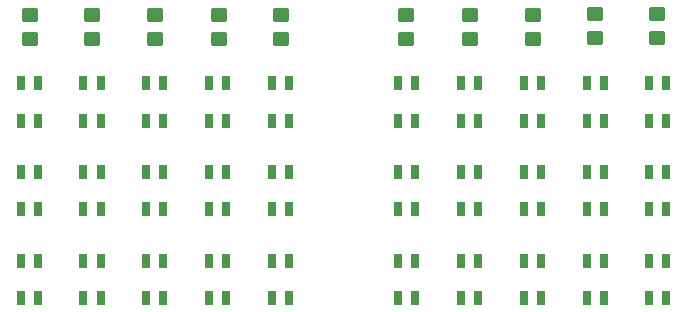
<source format=gbr>
%TF.GenerationSoftware,KiCad,Pcbnew,8.0.9-8.0.9-0~ubuntu25.04.1*%
%TF.CreationDate,2025-05-05T12:51:33-07:00*%
%TF.ProjectId,TSSI,54535349-2e6b-4696-9361-645f70636258,3*%
%TF.SameCoordinates,Original*%
%TF.FileFunction,Paste,Bot*%
%TF.FilePolarity,Positive*%
%FSLAX46Y46*%
G04 Gerber Fmt 4.6, Leading zero omitted, Abs format (unit mm)*
G04 Created by KiCad (PCBNEW 8.0.9-8.0.9-0~ubuntu25.04.1) date 2025-05-05 12:51:33*
%MOMM*%
%LPD*%
G01*
G04 APERTURE LIST*
G04 Aperture macros list*
%AMRoundRect*
0 Rectangle with rounded corners*
0 $1 Rounding radius*
0 $2 $3 $4 $5 $6 $7 $8 $9 X,Y pos of 4 corners*
0 Add a 4 corners polygon primitive as box body*
4,1,4,$2,$3,$4,$5,$6,$7,$8,$9,$2,$3,0*
0 Add four circle primitives for the rounded corners*
1,1,$1+$1,$2,$3*
1,1,$1+$1,$4,$5*
1,1,$1+$1,$6,$7*
1,1,$1+$1,$8,$9*
0 Add four rect primitives between the rounded corners*
20,1,$1+$1,$2,$3,$4,$5,0*
20,1,$1+$1,$4,$5,$6,$7,0*
20,1,$1+$1,$6,$7,$8,$9,0*
20,1,$1+$1,$8,$9,$2,$3,0*%
G04 Aperture macros list end*
%ADD10R,0.750000X1.150000*%
%ADD11RoundRect,0.250000X-0.450000X0.350000X-0.450000X-0.350000X0.450000X-0.350000X0.450000X0.350000X0*%
G04 APERTURE END LIST*
D10*
%TO.C,D57*%
X138050000Y-114850000D03*
X139500000Y-114850000D03*
X139500000Y-118000000D03*
X138050000Y-118000000D03*
%TD*%
%TO.C,D33*%
X185950000Y-114850000D03*
X187400000Y-114850000D03*
X187400000Y-118000000D03*
X185950000Y-118000000D03*
%TD*%
%TO.C,D56*%
X138050000Y-107350000D03*
X139500000Y-107350000D03*
X139500000Y-110500000D03*
X138050000Y-110500000D03*
%TD*%
%TO.C,D50*%
X148700000Y-107350000D03*
X150150000Y-107350000D03*
X150150000Y-110500000D03*
X148700000Y-110500000D03*
%TD*%
%TO.C,D54*%
X143350000Y-114850000D03*
X144800000Y-114850000D03*
X144800000Y-118000000D03*
X143350000Y-118000000D03*
%TD*%
%TO.C,D55*%
X138050000Y-99850000D03*
X139500000Y-99850000D03*
X139500000Y-103000000D03*
X138050000Y-103000000D03*
%TD*%
%TO.C,D31*%
X185950000Y-99850000D03*
X187400000Y-99850000D03*
X187400000Y-103000000D03*
X185950000Y-103000000D03*
%TD*%
%TO.C,D36*%
X180650000Y-114850000D03*
X182100000Y-114850000D03*
X182100000Y-118000000D03*
X180650000Y-118000000D03*
%TD*%
%TO.C,D40*%
X170050000Y-99850000D03*
X171500000Y-99850000D03*
X171500000Y-103000000D03*
X170050000Y-103000000D03*
%TD*%
%TO.C,D51*%
X148700000Y-114850000D03*
X150150000Y-114850000D03*
X150150000Y-118000000D03*
X148700000Y-118000000D03*
%TD*%
D11*
%TO.C,R15*%
X186600000Y-94000000D03*
X186600000Y-96000000D03*
%TD*%
%TO.C,R23*%
X138800000Y-94100000D03*
X138800000Y-96100000D03*
%TD*%
D10*
%TO.C,D38*%
X175350000Y-107350000D03*
X176800000Y-107350000D03*
X176800000Y-110500000D03*
X175350000Y-110500000D03*
%TD*%
%TO.C,D58*%
X132750000Y-99850000D03*
X134200000Y-99850000D03*
X134200000Y-103000000D03*
X132750000Y-103000000D03*
%TD*%
%TO.C,D42*%
X170050000Y-114850000D03*
X171500000Y-114850000D03*
X171500000Y-118000000D03*
X170050000Y-118000000D03*
%TD*%
%TO.C,D32*%
X185950000Y-107350000D03*
X187400000Y-107350000D03*
X187400000Y-110500000D03*
X185950000Y-110500000D03*
%TD*%
D11*
%TO.C,R21*%
X149500000Y-94100000D03*
X149500000Y-96100000D03*
%TD*%
D10*
%TO.C,D53*%
X143350000Y-107350000D03*
X144800000Y-107350000D03*
X144800000Y-110500000D03*
X143350000Y-110500000D03*
%TD*%
%TO.C,D49*%
X148700000Y-99850000D03*
X150150000Y-99850000D03*
X150150000Y-103000000D03*
X148700000Y-103000000D03*
%TD*%
%TO.C,D46*%
X154050000Y-99850000D03*
X155500000Y-99850000D03*
X155500000Y-103000000D03*
X154050000Y-103000000D03*
%TD*%
D11*
%TO.C,R22*%
X144100000Y-94100000D03*
X144100000Y-96100000D03*
%TD*%
D10*
%TO.C,D35*%
X180650000Y-107350000D03*
X182100000Y-107350000D03*
X182100000Y-110500000D03*
X180650000Y-110500000D03*
%TD*%
%TO.C,D45*%
X164700000Y-114850000D03*
X166150000Y-114850000D03*
X166150000Y-118000000D03*
X164700000Y-118000000D03*
%TD*%
%TO.C,D48*%
X154050000Y-114850000D03*
X155500000Y-114850000D03*
X155500000Y-118000000D03*
X154050000Y-118000000D03*
%TD*%
%TO.C,D60*%
X132750000Y-114850000D03*
X134200000Y-114850000D03*
X134200000Y-118000000D03*
X132750000Y-118000000D03*
%TD*%
%TO.C,D41*%
X170050000Y-107350000D03*
X171500000Y-107350000D03*
X171500000Y-110500000D03*
X170050000Y-110500000D03*
%TD*%
%TO.C,D59*%
X132750000Y-107350000D03*
X134200000Y-107350000D03*
X134200000Y-110500000D03*
X132750000Y-110500000D03*
%TD*%
D11*
%TO.C,R17*%
X176100000Y-94100000D03*
X176100000Y-96100000D03*
%TD*%
%TO.C,R18*%
X170800000Y-94100000D03*
X170800000Y-96100000D03*
%TD*%
%TO.C,R16*%
X181400000Y-94000000D03*
X181400000Y-96000000D03*
%TD*%
D10*
%TO.C,D47*%
X154050000Y-107350000D03*
X155500000Y-107350000D03*
X155500000Y-110500000D03*
X154050000Y-110500000D03*
%TD*%
%TO.C,D39*%
X175350000Y-114850000D03*
X176800000Y-114850000D03*
X176800000Y-118000000D03*
X175350000Y-118000000D03*
%TD*%
D11*
%TO.C,R19*%
X165400000Y-94100000D03*
X165400000Y-96100000D03*
%TD*%
D10*
%TO.C,D34*%
X180650000Y-99850000D03*
X182100000Y-99850000D03*
X182100000Y-103000000D03*
X180650000Y-103000000D03*
%TD*%
%TO.C,D43*%
X164650000Y-99850000D03*
X166100000Y-99850000D03*
X166100000Y-103000000D03*
X164650000Y-103000000D03*
%TD*%
D11*
%TO.C,R24*%
X133500000Y-94100000D03*
X133500000Y-96100000D03*
%TD*%
%TO.C,R20*%
X154800000Y-94100000D03*
X154800000Y-96100000D03*
%TD*%
D10*
%TO.C,D44*%
X164650000Y-107350000D03*
X166100000Y-107350000D03*
X166100000Y-110500000D03*
X164650000Y-110500000D03*
%TD*%
%TO.C,D37*%
X175350000Y-99850000D03*
X176800000Y-99850000D03*
X176800000Y-103000000D03*
X175350000Y-103000000D03*
%TD*%
%TO.C,D52*%
X143350000Y-99850000D03*
X144800000Y-99850000D03*
X144800000Y-103000000D03*
X143350000Y-103000000D03*
%TD*%
M02*

</source>
